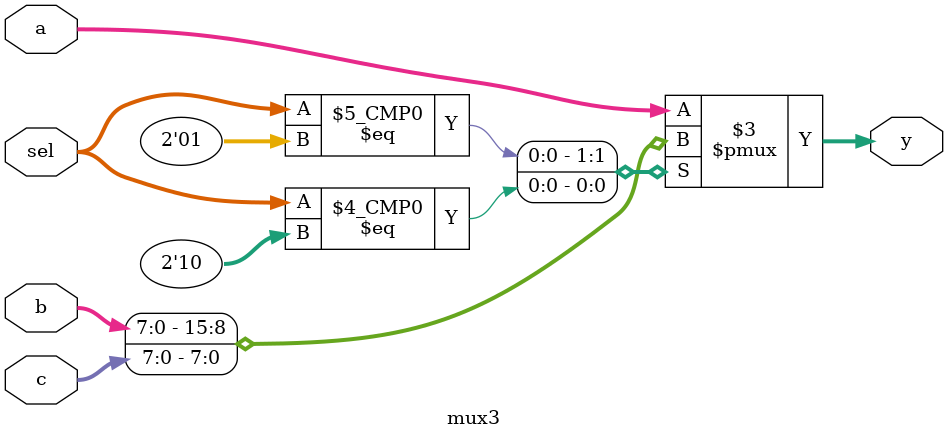
<source format=v>
module mux3 #(parameter WIDTH = 8) (
        input  wire       [1:0]  sel,
        input  wire [WIDTH-1:0] a,
        input  wire [WIDTH-1:0] b, 
        input  wire [WIDTH-1:0] c,
        output reg [WIDTH-1:0] y
    );
    
    always@(*) begin
        case(sel)
            'b00: y = a;
            'b01: y = b;
            'b10: y = c;
            default: y = a;
        endcase
    end
    


endmodule
</source>
